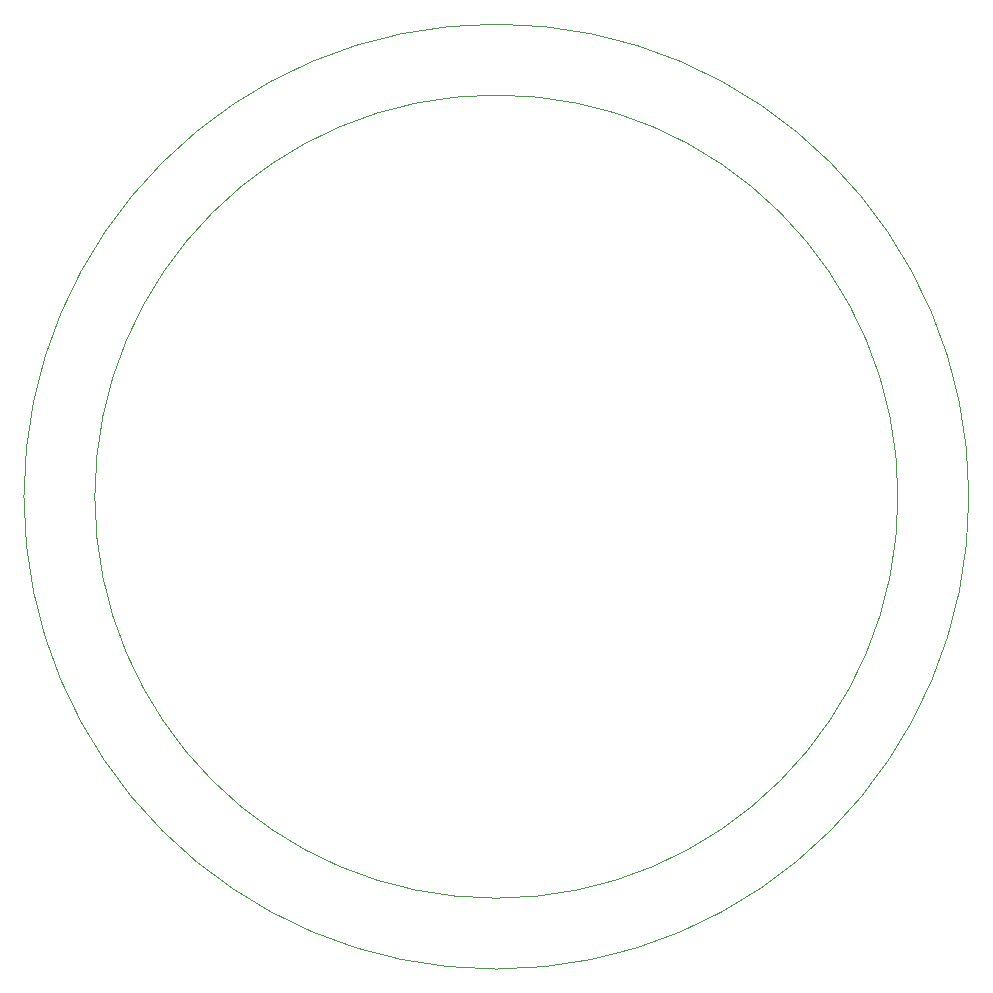
<source format=gbr>
G04 #@! TF.GenerationSoftware,KiCad,Pcbnew,(5.1.5)-3*
G04 #@! TF.CreationDate,2020-06-24T07:37:59+02:00*
G04 #@! TF.ProjectId,Ring80,52696e67-3830-42e6-9b69-6361645f7063,V0.1*
G04 #@! TF.SameCoordinates,Original*
G04 #@! TF.FileFunction,Profile,NP*
%FSLAX46Y46*%
G04 Gerber Fmt 4.6, Leading zero omitted, Abs format (unit mm)*
G04 Created by KiCad (PCBNEW (5.1.5)-3) date 2020-06-24 07:37:59*
%MOMM*%
%LPD*%
G04 APERTURE LIST*
%ADD10C,0.050000*%
G04 APERTURE END LIST*
D10*
X128348000Y-127464000D02*
G75*
G03X128348000Y-127464000I-34000000J0D01*
G01*
X134348000Y-127464000D02*
G75*
G03X134348000Y-127464000I-40000000J0D01*
G01*
M02*

</source>
